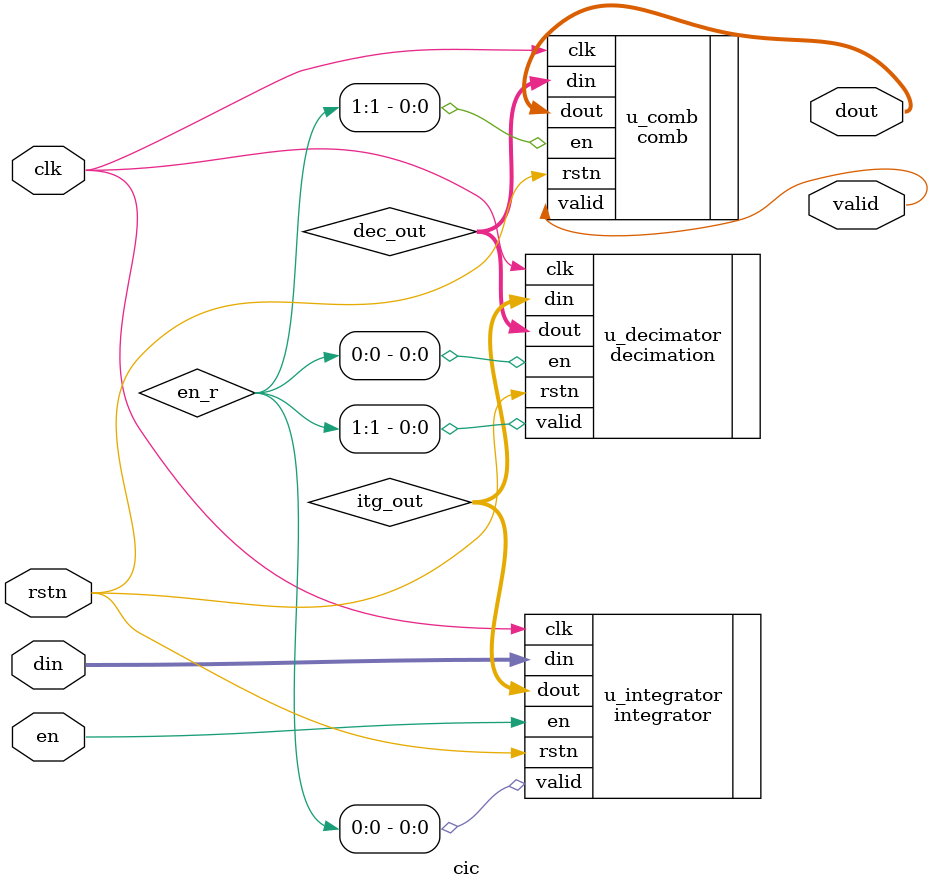
<source format=v>
module cic
    #(parameter NIN  = 16,
      parameter NMAX = 40,
      parameter NOUT = 16,
      parameter SYS_CLK_FREQ = 6400_000,
      parameter MIXING_FREQ  = 320_000,
      parameter DEMOD_FREQ   = 16_000,
      parameter SAMPLE_RATE  = 800  )
    (
     input               clk,
     input               rstn,
     input               en,
     input signed[NIN-1:0]     din,
     output               valid,
     output signed[NOUT-1:0]   dout);

   wire signed [NMAX-1:0]      itg_out ;
   wire signed [NMAX-1:0]      dec_out ;
   wire [1:0]           en_r ;

   integrator   #(.NIN(NIN), .NOUT(NMAX), .SYS_CLK_FREQ(SYS_CLK_FREQ), .MIXING_FREQ(MIXING_FREQ), .DEMOD_FREQ(DEMOD_FREQ), .SAMPLE_RATE(SAMPLE_RATE))
   u_integrator (
       .clk         (clk),
       .rstn        (rstn),
       .en          (en),
       .din         (din),
       .valid       (en_r[0]),
       .dout        (itg_out));

   decimation   #(.NDEC(NMAX), .SYS_CLK_FREQ(SYS_CLK_FREQ), .MIXING_FREQ(MIXING_FREQ), .DEMOD_FREQ(DEMOD_FREQ), .SAMPLE_RATE(SAMPLE_RATE))
   u_decimator (
       .clk         (clk),
       .rstn        (rstn),
       .en          (en_r[0]),
       .din         (itg_out),
       .dout        (dec_out),
       .valid       (en_r[1]));

   comb         #(.NIN(NMAX), .NOUT(NOUT), .SYS_CLK_FREQ(SYS_CLK_FREQ), .MIXING_FREQ(MIXING_FREQ), .DEMOD_FREQ(DEMOD_FREQ), .SAMPLE_RATE(SAMPLE_RATE))
   u_comb (
       .clk         (clk),
       .rstn        (rstn),
       .en          (en_r[1]),
       .din         (dec_out),
       .valid       (valid),
       .dout        (dout));

endmodule


</source>
